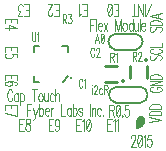
<source format=gto>
G04 DipTrace 2.4.0.2*
%INcaptouch.gto*%
%MOMM*%
%ADD10C,0.25*%
%ADD17C,0.152*%
%ADD25O,0.312X0.377*%
%ADD27O,0.377X0.312*%
%ADD29O,0.295X0.293*%
%ADD32O,0.723X0.863*%
%ADD49C,0.118*%
%ADD50C,0.111*%
%FSLAX53Y53*%
G04*
G71*
G90*
G75*
G01*
%LNTopSilk*%
%LPD*%
X23335Y20480D2*
D17*
G02X23335Y19130I-80J-675D01*
G01*
X21633D2*
G02X21633Y20480I80J675D01*
G01*
X21595Y19130D2*
X23373D1*
X21595Y20480D2*
X23373D1*
X21781Y16362D2*
D10*
X20781D1*
X21781Y17762D2*
X20781D1*
D25*
X22252Y16440D3*
X24304Y17748D2*
D10*
Y16748D1*
X22904Y17748D2*
Y16748D1*
D27*
X24225Y18218D3*
D29*
X17908Y16766D3*
X17599Y16884D2*
D17*
X17163Y16366D1*
X15153Y16378D2*
X14716D1*
Y16896D1*
X14723Y18897D2*
Y19415D1*
X15159D1*
X17588Y18888D2*
Y19405D1*
X17151D1*
G36*
X23481Y12394D2*
X24098Y13027D1*
X23614Y13374D1*
X23488Y13217D1*
X23481Y12394D1*
G37*
D32*
X23763Y13089D3*
X23478Y12511D2*
D10*
G03X23994Y13014I-68J586D01*
G01*
X23464Y12534D2*
G02X23524Y13154I970J219D01*
G01*
X23758Y15977D2*
D17*
G02X23758Y14627I-80J-675D01*
G01*
X21683D2*
G02X21683Y15977I80J675D01*
G01*
X21721Y14627D2*
X23720D1*
X21721Y15977D2*
X23720D1*
X20230Y19723D2*
D49*
X20055Y20489D1*
X19880Y19723D1*
X19946Y19979D2*
X20165D1*
X20503Y20488D2*
X20437Y20452D1*
X20393Y20343D1*
X20372Y20161D1*
Y20051D1*
X20393Y19869D1*
X20437Y19760D1*
X20503Y19723D1*
X20546D1*
X20612Y19760D1*
X20656Y19869D1*
X20678Y20051D1*
Y20161D1*
X20656Y20343D1*
X20612Y20452D1*
X20546Y20488D1*
X20503D1*
X20656Y20343D2*
X20393Y19869D1*
X18837Y16487D2*
X18815Y16560D1*
X18771Y16633D1*
X18728Y16669D1*
X18640D1*
X18596Y16633D1*
X18553Y16560D1*
X18530Y16487D1*
X18509Y16378D1*
Y16195D1*
X18530Y16086D1*
X18553Y16013D1*
X18596Y15941D1*
X18640Y15903D1*
X18728D1*
X18771Y15941D1*
X18815Y16013D1*
X18837Y16086D1*
X18978Y16523D2*
X19022Y16560D1*
X19088Y16668D1*
Y15903D1*
X19848Y19125D2*
X19826Y19197D1*
X19782Y19270D1*
X19738Y19307D1*
X19651D1*
X19607Y19270D1*
X19564Y19197D1*
X19541Y19125D1*
X19520Y19015D1*
Y18832D1*
X19541Y18724D1*
X19564Y18650D1*
X19607Y18578D1*
X19651Y18541D1*
X19738D1*
X19782Y18578D1*
X19826Y18650D1*
X19848Y18724D1*
X20011Y19124D2*
Y19160D1*
X20033Y19233D1*
X20054Y19269D1*
X20098Y19306D1*
X20186D1*
X20229Y19269D1*
X20251Y19233D1*
X20273Y19160D1*
Y19088D1*
X20251Y19014D1*
X20208Y18906D1*
X19989Y18541D1*
X20295D1*
X21191Y18513D2*
X21388D1*
X21453Y18550D1*
X21475Y18587D1*
X21497Y18659D1*
Y18732D1*
X21475Y18805D1*
X21453Y18842D1*
X21388Y18878D1*
X21191D1*
Y18112D1*
X21344Y18513D2*
X21497Y18112D1*
X21638Y18731D2*
X21682Y18768D1*
X21748Y18877D1*
Y18112D1*
X23088Y18561D2*
X23285D1*
X23350Y18599D1*
X23373Y18635D1*
X23394Y18707D1*
Y18780D1*
X23373Y18853D1*
X23350Y18890D1*
X23285Y18926D1*
X23088D1*
Y18161D1*
X23241Y18561D2*
X23394Y18161D1*
X23558Y18743D2*
Y18780D1*
X23580Y18853D1*
X23601Y18889D1*
X23645Y18925D1*
X23733D1*
X23776Y18889D1*
X23798Y18853D1*
X23820Y18780D1*
Y18707D1*
X23798Y18634D1*
X23754Y18525D1*
X23536Y18161D1*
X23842D1*
X17166Y21750D2*
X17363D1*
X17428Y21787D1*
X17451Y21823D1*
X17472Y21896D1*
Y21969D1*
X17451Y22041D1*
X17428Y22078D1*
X17363Y22115D1*
X17166D1*
Y21349D1*
X17319Y21750D2*
X17472Y21349D1*
X17658Y22114D2*
X17898D1*
X17767Y21822D1*
X17832D1*
X17876Y21786D1*
X17898Y21750D1*
X17920Y21640D1*
Y21568D1*
X17898Y21459D1*
X17854Y21385D1*
X17788Y21349D1*
X17723D1*
X17658Y21385D1*
X17636Y21422D1*
X17614Y21495D1*
X14556Y20628D2*
Y20081D1*
X14578Y19972D1*
X14622Y19899D1*
X14687Y19862D1*
X14731D1*
X14797Y19899D1*
X14841Y19972D1*
X14862Y20081D1*
Y20628D1*
X15003Y20481D2*
X15047Y20518D1*
X15113Y20627D1*
Y19862D1*
X19620Y16126D2*
X19642Y16090D1*
X19664Y16126D1*
X19642Y16163D1*
X19620Y16126D1*
X19642Y15871D2*
Y15360D1*
X19827Y15943D2*
Y15979D1*
X19849Y16053D1*
X19871Y16089D1*
X19915Y16125D1*
X20002D1*
X20046Y16089D1*
X20067Y16053D1*
X20090Y15979D1*
Y15907D1*
X20067Y15834D1*
X20024Y15725D1*
X19805Y15360D1*
X20111D1*
X20515Y15761D2*
X20471Y15834D1*
X20427Y15871D1*
X20362D1*
X20318Y15834D1*
X20275Y15761D1*
X20253Y15652D1*
Y15579D1*
X20275Y15470D1*
X20318Y15397D1*
X20362Y15360D1*
X20427D1*
X20471Y15397D1*
X20515Y15470D1*
X20657Y15761D2*
X20853D1*
X20919Y15798D1*
X20941Y15834D1*
X20963Y15907D1*
Y15980D1*
X20941Y16053D1*
X20919Y16090D1*
X20853Y16126D1*
X20657D1*
Y15360D1*
X20810Y15761D2*
X20963Y15360D1*
X24507Y12961D2*
D50*
X25528Y13194D1*
X24507Y13427D1*
Y13561D2*
X25528D1*
Y13765D1*
X25479Y13852D1*
X25382Y13911D1*
X25284Y13940D1*
X25139Y13969D1*
X24896D1*
X24750Y13940D1*
X24653Y13911D1*
X24555Y13852D1*
X24507Y13765D1*
Y13561D1*
Y14102D2*
X25528D1*
Y14306D1*
X25479Y14394D1*
X25382Y14453D1*
X25284Y14482D1*
X25139Y14511D1*
X24896D1*
X24750Y14482D1*
X24653Y14453D1*
X24555Y14394D1*
X24507Y14306D1*
Y14102D1*
X24773Y15965D2*
X24676Y15936D1*
X24578Y15878D1*
X24530Y15820D1*
Y15703D1*
X24578Y15645D1*
X24676Y15587D1*
X24773Y15557D1*
X24919Y15528D1*
X25162D1*
X25307Y15557D1*
X25405Y15587D1*
X25501Y15645D1*
X25551Y15703D1*
Y15820D1*
X25501Y15878D1*
X25405Y15936D1*
X25307Y15965D1*
X25162D1*
Y15820D1*
X24530Y16507D2*
X25551D1*
X24530Y16099D1*
X25551D1*
X24530Y16640D2*
X25551D1*
Y16845D1*
X25501Y16932D1*
X25405Y16991D1*
X25307Y17020D1*
X25162Y17049D1*
X24919D1*
X24773Y17020D1*
X24676Y16991D1*
X24578Y16932D1*
X24530Y16845D1*
Y16640D1*
X24670Y21061D2*
X24572Y21003D1*
X24524Y20916D1*
Y20799D1*
X24572Y20712D1*
X24670Y20653D1*
X24766D1*
X24864Y20683D1*
X24912Y20712D1*
X24961Y20770D1*
X25058Y20945D1*
X25107Y21003D1*
X25156Y21032D1*
X25253Y21061D1*
X25399D1*
X25495Y21003D1*
X25545Y20916D1*
Y20799D1*
X25495Y20712D1*
X25399Y20653D1*
X24524Y21195D2*
X25545D1*
Y21399D1*
X25495Y21486D1*
X25399Y21545D1*
X25301Y21574D1*
X25156Y21603D1*
X24912D1*
X24766Y21574D1*
X24670Y21545D1*
X24572Y21486D1*
X24524Y21399D1*
Y21195D1*
X25545Y22203D2*
X24524Y21969D1*
X25545Y21736D1*
X25204Y21824D2*
Y22116D1*
X24682Y18645D2*
X24585Y18587D1*
X24536Y18499D1*
Y18383D1*
X24585Y18295D1*
X24682Y18236D1*
X24779D1*
X24877Y18266D1*
X24925Y18295D1*
X24973Y18353D1*
X25071Y18528D1*
X25119Y18587D1*
X25169Y18616D1*
X25265Y18645D1*
X25411D1*
X25508Y18587D1*
X25557Y18499D1*
Y18383D1*
X25508Y18295D1*
X25411Y18236D1*
X24779Y19215D2*
X24682Y19186D1*
X24585Y19128D1*
X24536Y19070D1*
Y18953D1*
X24585Y18895D1*
X24682Y18837D1*
X24779Y18807D1*
X24925Y18778D1*
X25169D1*
X25314Y18807D1*
X25411Y18837D1*
X25508Y18895D1*
X25557Y18953D1*
Y19070D1*
X25508Y19128D1*
X25411Y19186D1*
X25314Y19215D1*
X24536Y19349D2*
X25557D1*
Y19698D1*
X21499Y22002D2*
X21878D1*
Y23023D1*
X21499D1*
X21878Y22489D2*
X21645D1*
X21191Y22003D2*
X21278Y22052D1*
X21337Y22198D1*
X21366Y22440D1*
Y22586D1*
X21337Y22829D1*
X21278Y22975D1*
X21191Y23023D1*
X21133D1*
X21045Y22975D1*
X20987Y22829D1*
X20957Y22586D1*
Y22440D1*
X20987Y22198D1*
X21045Y22052D1*
X21133Y22003D1*
X21191D1*
X20987Y22198D2*
X21337Y22829D1*
X18819Y21979D2*
X19198D1*
Y23000D1*
X18819D1*
X19198Y22465D2*
X18964D1*
X18686Y22175D2*
X18627Y22125D1*
X18539Y21980D1*
Y23000D1*
X16435Y21978D2*
X16814D1*
Y22999D1*
X16435D1*
X16814Y22464D2*
X16581D1*
X16272Y22221D2*
Y22173D1*
X16243Y22075D1*
X16214Y22027D1*
X16156Y21979D1*
X16039D1*
X15981Y22027D1*
X15952Y22075D1*
X15923Y22173D1*
Y22270D1*
X15952Y22367D1*
X16010Y22512D1*
X16302Y22999D1*
X15894D1*
X13924Y21975D2*
X14303D1*
Y22996D1*
X13924D1*
X14303Y22461D2*
X14069D1*
X13732Y21976D2*
X13412D1*
X13586Y22364D1*
X13499D1*
X13441Y22413D1*
X13412Y22461D1*
X13382Y22607D1*
Y22704D1*
X13412Y22850D1*
X13470Y22947D1*
X13557Y22996D1*
X13645D1*
X13732Y22947D1*
X13761Y22898D1*
X13791Y22801D1*
X13297Y21346D2*
Y21725D1*
X12276D1*
Y21346D1*
X12811Y21725D2*
Y21492D1*
X12276Y20921D2*
X13296D1*
X12617Y21213D1*
Y20775D1*
X13286Y18960D2*
Y19338D1*
X12265D1*
Y18960D1*
X12799Y19338D2*
Y19105D1*
X13284Y18477D2*
Y18768D1*
X12848Y18797D1*
X12896Y18768D1*
X12945Y18680D1*
Y18593D1*
X12896Y18506D1*
X12799Y18447D1*
X12653Y18418D1*
X12557D1*
X12411Y18447D1*
X12313Y18506D1*
X12265Y18593D1*
Y18680D1*
X12313Y18768D1*
X12362Y18797D1*
X12459Y18826D1*
X13290Y16580D2*
Y16959D1*
X12269D1*
Y16580D1*
X12804Y16959D2*
Y16726D1*
X13144Y16097D2*
X13241Y16126D1*
X13289Y16214D1*
Y16272D1*
X13241Y16359D1*
X13095Y16418D1*
X12852Y16447D1*
X12610D1*
X12415Y16418D1*
X12318Y16359D1*
X12269Y16272D1*
Y16243D1*
X12318Y16156D1*
X12415Y16097D1*
X12561Y16068D1*
X12610D1*
X12756Y16097D1*
X12852Y16156D1*
X12901Y16243D1*
Y16272D1*
X12852Y16359D1*
X12756Y16418D1*
X12610Y16447D1*
X13273Y14051D2*
Y14429D1*
X12252D1*
Y14051D1*
X12787Y14429D2*
Y14196D1*
X12252Y13801D2*
X13272Y13509D1*
Y13917D1*
X13878Y13279D2*
X13499D1*
Y12258D1*
X13878D1*
X13499Y12792D2*
X13733D1*
X14157Y13277D2*
X14070Y13229D1*
X14040Y13133D1*
Y13035D1*
X14070Y12938D1*
X14128Y12889D1*
X14245Y12841D1*
X14332Y12792D1*
X14390Y12695D1*
X14419Y12598D1*
Y12452D1*
X14390Y12355D1*
X14361Y12306D1*
X14274Y12258D1*
X14157D1*
X14070Y12306D1*
X14040Y12355D1*
X14011Y12452D1*
Y12598D1*
X14040Y12695D1*
X14099Y12792D1*
X14186Y12841D1*
X14302Y12889D1*
X14361Y12938D1*
X14390Y13035D1*
Y13133D1*
X14361Y13229D1*
X14274Y13277D1*
X14157D1*
X16347Y13266D2*
X15968D1*
Y12245D1*
X16347D1*
X15968Y12779D2*
X16201D1*
X16859Y12925D2*
X16830Y12779D1*
X16772Y12682D1*
X16684Y12633D1*
X16655D1*
X16567Y12682D1*
X16510Y12779D1*
X16480Y12925D1*
Y12974D1*
X16510Y13120D1*
X16567Y13216D1*
X16655Y13265D1*
X16684D1*
X16772Y13216D1*
X16830Y13120D1*
X16859Y12925D1*
Y12682D1*
X16830Y12439D1*
X16772Y12293D1*
X16684Y12245D1*
X16626D1*
X16539Y12293D1*
X16510Y12391D1*
X18705Y13259D2*
X18326D1*
Y12238D1*
X18705D1*
X18326Y12773D2*
X18560D1*
X18838Y13064D2*
X18897Y13113D1*
X18985Y13258D1*
Y12238D1*
X19293Y13258D2*
X19206Y13210D1*
X19147Y13064D1*
X19118Y12821D1*
Y12675D1*
X19147Y12433D1*
X19206Y12287D1*
X19293Y12238D1*
X19351D1*
X19439Y12287D1*
X19497Y12433D1*
X19526Y12675D1*
Y12821D1*
X19497Y13064D1*
X19439Y13210D1*
X19351Y13258D1*
X19293D1*
X19497Y13064D2*
X19147Y12433D1*
X21310Y13275D2*
X20931D1*
Y12255D1*
X21310D1*
X20931Y12789D2*
X21164D1*
X21443Y13080D2*
X21502Y13129D1*
X21589Y13274D1*
Y12255D1*
X21722Y13080D2*
X21781Y13129D1*
X21869Y13274D1*
Y12255D1*
X24648Y22961D2*
X24240Y21942D1*
X24106Y21940D2*
Y22961D1*
X23565Y21940D2*
Y22961D1*
X23973Y21940D1*
Y22961D1*
X23227Y21940D2*
Y22961D1*
X23431Y21940D2*
X23023D1*
X14526Y14539D2*
X14146D1*
Y13519D1*
Y14053D2*
X14379D1*
X14689Y14199D2*
X14863Y13519D1*
X14805Y13324D1*
X14747Y13227D1*
X14689Y13178D1*
X14659D1*
X15038Y14199D2*
X14863Y13519D1*
X15172Y14539D2*
Y13519D1*
Y14053D2*
X15230Y14151D1*
X15288Y14199D1*
X15376D1*
X15434Y14151D1*
X15492Y14053D1*
X15521Y13907D1*
Y13811D1*
X15492Y13665D1*
X15434Y13568D1*
X15376Y13519D1*
X15288D1*
X15230Y13568D1*
X15172Y13665D1*
X15655Y13907D2*
X16004D1*
Y14005D1*
X15975Y14103D1*
X15946Y14151D1*
X15888Y14199D1*
X15800D1*
X15742Y14151D1*
X15684Y14053D1*
X15655Y13907D1*
Y13811D1*
X15684Y13665D1*
X15742Y13568D1*
X15800Y13519D1*
X15888D1*
X15946Y13568D1*
X16004Y13665D1*
X16138Y14199D2*
Y13519D1*
Y13907D2*
X16167Y14053D1*
X16225Y14151D1*
X16284Y14199D1*
X16372D1*
X17043Y14539D2*
Y13519D1*
X17392D1*
X17875Y14199D2*
Y13519D1*
Y14053D2*
X17817Y14151D1*
X17759Y14199D1*
X17672D1*
X17613Y14151D1*
X17555Y14053D1*
X17526Y13907D1*
Y13811D1*
X17555Y13665D1*
X17613Y13568D1*
X17672Y13519D1*
X17759D1*
X17817Y13568D1*
X17875Y13665D1*
X18009Y14539D2*
Y13519D1*
Y14053D2*
X18067Y14151D1*
X18125Y14199D1*
X18213D1*
X18271Y14151D1*
X18329Y14053D1*
X18358Y13907D1*
Y13811D1*
X18329Y13665D1*
X18271Y13568D1*
X18213Y13519D1*
X18125D1*
X18067Y13568D1*
X18009Y13665D1*
X18812Y14053D2*
X18783Y14151D1*
X18696Y14199D1*
X18608D1*
X18521Y14151D1*
X18492Y14053D1*
X18521Y13957D1*
X18579Y13907D1*
X18725Y13859D1*
X18783Y13811D1*
X18812Y13713D1*
Y13665D1*
X18783Y13568D1*
X18696Y13519D1*
X18608D1*
X18521Y13568D1*
X18492Y13665D1*
X19483Y14539D2*
Y13519D1*
X19617Y14199D2*
Y13519D1*
Y14005D2*
X19704Y14151D1*
X19763Y14199D1*
X19850D1*
X19909Y14151D1*
X19938Y14005D1*
Y13519D1*
X20421Y14053D2*
X20363Y14151D1*
X20304Y14199D1*
X20217D1*
X20158Y14151D1*
X20100Y14053D1*
X20071Y13907D1*
Y13811D1*
X20100Y13665D1*
X20158Y13568D1*
X20217Y13519D1*
X20304D1*
X20363Y13568D1*
X20421Y13665D1*
X20584Y13616D2*
X20555Y13567D1*
X20584Y13519D1*
X20613Y13567D1*
X20584Y13616D1*
X12914Y15530D2*
X12885Y15627D1*
X12826Y15725D1*
X12768Y15773D1*
X12652D1*
X12593Y15725D1*
X12535Y15627D1*
X12506Y15530D1*
X12477Y15384D1*
Y15141D1*
X12506Y14996D1*
X12535Y14898D1*
X12593Y14802D1*
X12652Y14752D1*
X12768D1*
X12826Y14802D1*
X12885Y14898D1*
X12914Y14996D1*
X13397Y15433D2*
Y14752D1*
Y15287D2*
X13339Y15384D1*
X13280Y15433D1*
X13194D1*
X13135Y15384D1*
X13077Y15287D1*
X13047Y15141D1*
Y15044D1*
X13077Y14898D1*
X13135Y14802D1*
X13194Y14752D1*
X13280D1*
X13339Y14802D1*
X13397Y14898D1*
X13530Y15433D2*
Y14412D1*
Y15287D2*
X13589Y15383D1*
X13647Y15433D1*
X13735D1*
X13793Y15383D1*
X13851Y15287D1*
X13881Y15141D1*
Y15043D1*
X13851Y14898D1*
X13793Y14800D1*
X13735Y14752D1*
X13647D1*
X13589Y14800D1*
X13530Y14898D1*
X14756Y15773D2*
Y14752D1*
X14552Y15773D2*
X14960D1*
X15239Y15433D2*
X15181Y15384D1*
X15122Y15287D1*
X15093Y15141D1*
Y15044D1*
X15122Y14898D1*
X15181Y14802D1*
X15239Y14752D1*
X15327D1*
X15385Y14802D1*
X15443Y14898D1*
X15473Y15044D1*
Y15141D1*
X15443Y15287D1*
X15385Y15384D1*
X15327Y15433D1*
X15239D1*
X15606D2*
Y14946D1*
X15635Y14802D1*
X15694Y14752D1*
X15781D1*
X15839Y14802D1*
X15927Y14946D1*
Y15433D2*
Y14752D1*
X16411Y15287D2*
X16352Y15384D1*
X16293Y15433D1*
X16206D1*
X16148Y15384D1*
X16090Y15287D1*
X16060Y15141D1*
Y15044D1*
X16090Y14898D1*
X16148Y14802D1*
X16206Y14752D1*
X16293D1*
X16352Y14802D1*
X16411Y14898D1*
X16544Y15773D2*
Y14752D1*
Y15238D2*
X16632Y15384D1*
X16690Y15433D1*
X16778D1*
X16836Y15384D1*
X16865Y15238D1*
Y14752D1*
X19887Y21731D2*
X19507D1*
Y20710D1*
Y21244D2*
X19741D1*
X20020Y21731D2*
Y20710D1*
X20154Y21098D2*
X20503D1*
Y21196D1*
X20474Y21294D1*
X20445Y21342D1*
X20387Y21390D1*
X20299D1*
X20241Y21342D1*
X20182Y21244D1*
X20154Y21098D1*
Y21002D1*
X20182Y20856D1*
X20241Y20759D1*
X20299Y20710D1*
X20387D1*
X20445Y20759D1*
X20503Y20856D1*
X20637Y21390D2*
X20957Y20710D1*
Y21390D2*
X20637Y20710D1*
X22095D2*
Y21731D1*
X21861Y20710D1*
X21628Y21731D1*
Y20710D1*
X22373Y21390D2*
X22316Y21342D1*
X22257Y21244D1*
X22228Y21098D1*
Y21002D1*
X22257Y20856D1*
X22316Y20759D1*
X22373Y20710D1*
X22461D1*
X22520Y20759D1*
X22578Y20856D1*
X22607Y21002D1*
Y21098D1*
X22578Y21244D1*
X22520Y21342D1*
X22461Y21390D1*
X22373D1*
X23090Y21731D2*
Y20710D1*
Y21244D2*
X23032Y21342D1*
X22974Y21390D1*
X22886D1*
X22828Y21342D1*
X22770Y21244D1*
X22741Y21098D1*
Y21002D1*
X22770Y20856D1*
X22828Y20759D1*
X22886Y20710D1*
X22974D1*
X23032Y20759D1*
X23090Y20856D1*
X23224Y21390D2*
Y20904D1*
X23253Y20759D1*
X23311Y20710D1*
X23399D1*
X23457Y20759D1*
X23544Y20904D1*
Y21390D2*
Y20710D1*
X23678Y21731D2*
Y20710D1*
X23811Y21098D2*
X24161D1*
Y21196D1*
X24132Y21294D1*
X24103Y21342D1*
X24044Y21390D1*
X23957D1*
X23899Y21342D1*
X23840Y21244D1*
X23811Y21098D1*
Y21002D1*
X23840Y20856D1*
X23899Y20759D1*
X23957Y20710D1*
X24044D1*
X24103Y20759D1*
X24161Y20856D1*
X21108Y13990D2*
X21370D1*
X21458Y14040D1*
X21488Y14088D1*
X21516Y14185D1*
Y14282D1*
X21488Y14379D1*
X21458Y14428D1*
X21370Y14477D1*
X21108D1*
Y13456D1*
X21312Y13990D2*
X21516Y13456D1*
X21825Y14476D2*
X21737Y14427D1*
X21679Y14281D1*
X21650Y14039D1*
Y13893D1*
X21679Y13650D1*
X21737Y13504D1*
X21825Y13456D1*
X21883D1*
X21971Y13504D1*
X22029Y13650D1*
X22058Y13893D1*
Y14039D1*
X22029Y14281D1*
X21971Y14427D1*
X21883Y14476D1*
X21825D1*
X22029Y14281D2*
X21679Y13650D1*
X22220Y13554D2*
X22191Y13504D1*
X22220Y13456D1*
X22250Y13504D1*
X22220Y13554D1*
X22733Y14476D2*
X22442D1*
X22413Y14039D1*
X22442Y14087D1*
X22530Y14136D1*
X22617D1*
X22704Y14087D1*
X22763Y13990D1*
X22792Y13844D1*
Y13748D1*
X22763Y13602D1*
X22704Y13504D1*
X22617Y13456D1*
X22530D1*
X22442Y13504D1*
X22413Y13554D1*
X22383Y13650D1*
X22965Y11683D2*
Y11731D1*
X22994Y11829D1*
X23023Y11877D1*
X23082Y11926D1*
X23198D1*
X23256Y11877D1*
X23285Y11829D1*
X23315Y11731D1*
Y11635D1*
X23285Y11537D1*
X23227Y11392D1*
X22936Y10906D1*
X23344D1*
X23653Y11926D2*
X23565Y11877D1*
X23506Y11731D1*
X23477Y11489D1*
Y11343D1*
X23506Y11100D1*
X23565Y10954D1*
X23653Y10906D1*
X23711D1*
X23798Y10954D1*
X23856Y11100D1*
X23886Y11343D1*
Y11489D1*
X23856Y11731D1*
X23798Y11877D1*
X23711Y11926D1*
X23653D1*
X23856Y11731D2*
X23506Y11100D1*
X24019Y11731D2*
X24078Y11781D1*
X24165Y11926D1*
Y10906D1*
X24648Y11926D2*
X24357D1*
X24328Y11489D1*
X24357Y11537D1*
X24445Y11586D1*
X24532D1*
X24619Y11537D1*
X24678Y11440D1*
X24707Y11294D1*
Y11198D1*
X24678Y11052D1*
X24619Y10954D1*
X24532Y10906D1*
X24445D1*
X24357Y10954D1*
X24328Y11004D1*
X24299Y11100D1*
M02*

</source>
